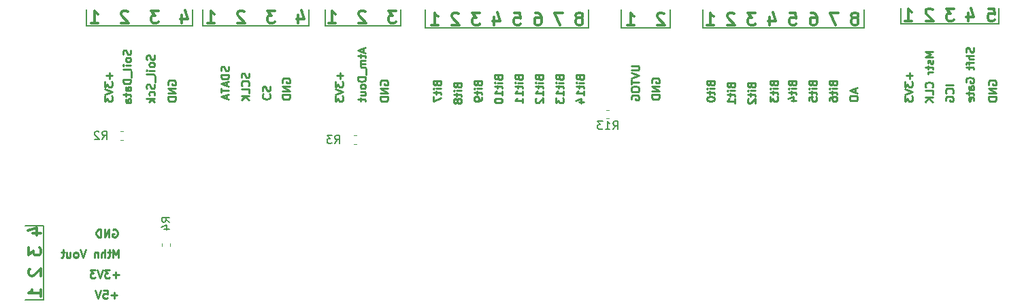
<source format=gbr>
G04 #@! TF.GenerationSoftware,KiCad,Pcbnew,(5.0.0)*
G04 #@! TF.CreationDate,2018-12-16T13:52:50-06:00*
G04 #@! TF.ProjectId,SRASensorBoard_Hardware,53524153656E736F72426F6172645F48,rev?*
G04 #@! TF.SameCoordinates,Original*
G04 #@! TF.FileFunction,Legend,Bot*
G04 #@! TF.FilePolarity,Positive*
%FSLAX46Y46*%
G04 Gerber Fmt 4.6, Leading zero omitted, Abs format (unit mm)*
G04 Created by KiCad (PCBNEW (5.0.0)) date 12/16/18 13:52:50*
%MOMM*%
%LPD*%
G01*
G04 APERTURE LIST*
%ADD10C,0.200000*%
%ADD11C,0.248000*%
%ADD12C,0.300000*%
%ADD13C,0.120000*%
%ADD14C,0.150000*%
G04 APERTURE END LIST*
D10*
X88646000Y-81407000D02*
X88646000Y-72136000D01*
X86360000Y-81407000D02*
X88646000Y-81407000D01*
X207518000Y-46990000D02*
X207518000Y-45085000D01*
X195326000Y-46990000D02*
X207518000Y-46990000D01*
X195326000Y-45085000D02*
X195326000Y-46990000D01*
X190754000Y-47498000D02*
X190754000Y-45212000D01*
X170688000Y-47498000D02*
X190754000Y-47498000D01*
X170688000Y-45212000D02*
X170688000Y-47498000D01*
X166624000Y-47498000D02*
X166624000Y-45212000D01*
X160528000Y-47498000D02*
X166624000Y-47498000D01*
X160528000Y-45212000D02*
X160528000Y-47498000D01*
X156464000Y-47498000D02*
X156464000Y-45212000D01*
X136144000Y-47498000D02*
X156464000Y-47498000D01*
X136144000Y-45212000D02*
X136144000Y-47498000D01*
X133096000Y-47244000D02*
X133096000Y-45212000D01*
X123698000Y-47244000D02*
X133096000Y-47244000D01*
X123698000Y-45212000D02*
X123698000Y-47244000D01*
X121666000Y-47244000D02*
X121666000Y-45212000D01*
X108458000Y-47244000D02*
X121666000Y-47244000D01*
X108458000Y-45212000D02*
X108458000Y-47244000D01*
X107188000Y-47244000D02*
X107188000Y-45212000D01*
X93980000Y-47244000D02*
X107188000Y-47244000D01*
X93980000Y-45212000D02*
X93980000Y-47244000D01*
X86360000Y-72136000D02*
X88646000Y-72136000D01*
D11*
X130568000Y-54616190D02*
X130520761Y-54521714D01*
X130520761Y-54379999D01*
X130568000Y-54238285D01*
X130662476Y-54143809D01*
X130756952Y-54096571D01*
X130945904Y-54049333D01*
X131087619Y-54049333D01*
X131276571Y-54096571D01*
X131371047Y-54143809D01*
X131465523Y-54238285D01*
X131512761Y-54379999D01*
X131512761Y-54474476D01*
X131465523Y-54616190D01*
X131418285Y-54663428D01*
X131087619Y-54663428D01*
X131087619Y-54474476D01*
X131512761Y-55088571D02*
X130520761Y-55088571D01*
X131512761Y-55655428D01*
X130520761Y-55655428D01*
X131512761Y-56127809D02*
X130520761Y-56127809D01*
X130520761Y-56363999D01*
X130567999Y-56505714D01*
X130662476Y-56600190D01*
X130756952Y-56647428D01*
X130945904Y-56694666D01*
X131087619Y-56694666D01*
X131276571Y-56647428D01*
X131371047Y-56600190D01*
X131465523Y-56505714D01*
X131512761Y-56363999D01*
X131512761Y-56127809D01*
X128435333Y-50104190D02*
X128435333Y-50576571D01*
X128718761Y-50009714D02*
X127726761Y-50340380D01*
X128718761Y-50671047D01*
X128057428Y-50860000D02*
X128057428Y-51237904D01*
X127726761Y-51001714D02*
X128577047Y-51001714D01*
X128671523Y-51048952D01*
X128718761Y-51143428D01*
X128718761Y-51237904D01*
X128718761Y-51568571D02*
X128057428Y-51568571D01*
X128151904Y-51568571D02*
X128104666Y-51615809D01*
X128057428Y-51710285D01*
X128057428Y-51852000D01*
X128104666Y-51946476D01*
X128199142Y-51993714D01*
X128718761Y-51993714D01*
X128199142Y-51993714D02*
X128104666Y-52040952D01*
X128057428Y-52135428D01*
X128057428Y-52277142D01*
X128104666Y-52371619D01*
X128199142Y-52418857D01*
X128718761Y-52418857D01*
X128813238Y-52655047D02*
X128813238Y-53410857D01*
X128718761Y-53647047D02*
X127726761Y-53647047D01*
X127726761Y-53883238D01*
X127773999Y-54024952D01*
X127868476Y-54119428D01*
X127962952Y-54166666D01*
X128151904Y-54213904D01*
X128293619Y-54213904D01*
X128482571Y-54166666D01*
X128577047Y-54119428D01*
X128671523Y-54024952D01*
X128718761Y-53883238D01*
X128718761Y-53647047D01*
X128718761Y-54780761D02*
X128671523Y-54686285D01*
X128624285Y-54639047D01*
X128529809Y-54591809D01*
X128246380Y-54591809D01*
X128151904Y-54639047D01*
X128104666Y-54686285D01*
X128057428Y-54780761D01*
X128057428Y-54922476D01*
X128104666Y-55016952D01*
X128151904Y-55064190D01*
X128246380Y-55111428D01*
X128529809Y-55111428D01*
X128624285Y-55064190D01*
X128671523Y-55016952D01*
X128718761Y-54922476D01*
X128718761Y-54780761D01*
X128057428Y-55961714D02*
X128718761Y-55961714D01*
X128057428Y-55536571D02*
X128577047Y-55536571D01*
X128671523Y-55583809D01*
X128718761Y-55678285D01*
X128718761Y-55820000D01*
X128671523Y-55914476D01*
X128624285Y-55961714D01*
X128057428Y-56292380D02*
X128057428Y-56670285D01*
X127726761Y-56434095D02*
X128577047Y-56434095D01*
X128671523Y-56481333D01*
X128718761Y-56575809D01*
X128718761Y-56670285D01*
X125546857Y-53116190D02*
X125546857Y-53872000D01*
X125924761Y-53494095D02*
X125168952Y-53494095D01*
X124932761Y-54249904D02*
X124932761Y-54863999D01*
X125310666Y-54533333D01*
X125310666Y-54675047D01*
X125357904Y-54769523D01*
X125405142Y-54816761D01*
X125499619Y-54864000D01*
X125735809Y-54864000D01*
X125830285Y-54816761D01*
X125877523Y-54769523D01*
X125924761Y-54675047D01*
X125924761Y-54391619D01*
X125877523Y-54297142D01*
X125830285Y-54249904D01*
X124932761Y-55147428D02*
X125924761Y-55478095D01*
X124932761Y-55808761D01*
X124932761Y-56044952D02*
X124932761Y-56659047D01*
X125310666Y-56328380D01*
X125310666Y-56470095D01*
X125357904Y-56564571D01*
X125405142Y-56611809D01*
X125499619Y-56659047D01*
X125735809Y-56659047D01*
X125830285Y-56611809D01*
X125877523Y-56564571D01*
X125924761Y-56470095D01*
X125924761Y-56186666D01*
X125877523Y-56092190D01*
X125830285Y-56044952D01*
D12*
X105869714Y-45906571D02*
X105869714Y-46906571D01*
X106226857Y-45335142D02*
X106584000Y-46406571D01*
X105655428Y-46406571D01*
X102941142Y-45406571D02*
X102012571Y-45406571D01*
X102512571Y-45978000D01*
X102298285Y-45978000D01*
X102155428Y-46049428D01*
X102084000Y-46120857D01*
X102012571Y-46263714D01*
X102012571Y-46620857D01*
X102084000Y-46763714D01*
X102155428Y-46835142D01*
X102298285Y-46906571D01*
X102726857Y-46906571D01*
X102869714Y-46835142D01*
X102941142Y-46763714D01*
X99155428Y-45549428D02*
X99084000Y-45478000D01*
X98941142Y-45406571D01*
X98584000Y-45406571D01*
X98441142Y-45478000D01*
X98369714Y-45549428D01*
X98298285Y-45692285D01*
X98298285Y-45835142D01*
X98369714Y-46049428D01*
X99226857Y-46906571D01*
X98298285Y-46906571D01*
X94584000Y-46906571D02*
X95441142Y-46906571D01*
X95012571Y-46906571D02*
X95012571Y-45406571D01*
X95155428Y-45620857D01*
X95298285Y-45763714D01*
X95441142Y-45835142D01*
X120347714Y-45906571D02*
X120347714Y-46906571D01*
X120704857Y-45335142D02*
X121062000Y-46406571D01*
X120133428Y-46406571D01*
X117419142Y-45406571D02*
X116490571Y-45406571D01*
X116990571Y-45978000D01*
X116776285Y-45978000D01*
X116633428Y-46049428D01*
X116562000Y-46120857D01*
X116490571Y-46263714D01*
X116490571Y-46620857D01*
X116562000Y-46763714D01*
X116633428Y-46835142D01*
X116776285Y-46906571D01*
X117204857Y-46906571D01*
X117347714Y-46835142D01*
X117419142Y-46763714D01*
X113633428Y-45549428D02*
X113562000Y-45478000D01*
X113419142Y-45406571D01*
X113062000Y-45406571D01*
X112919142Y-45478000D01*
X112847714Y-45549428D01*
X112776285Y-45692285D01*
X112776285Y-45835142D01*
X112847714Y-46049428D01*
X113704857Y-46906571D01*
X112776285Y-46906571D01*
X109062000Y-46906571D02*
X109919142Y-46906571D01*
X109490571Y-46906571D02*
X109490571Y-45406571D01*
X109633428Y-45620857D01*
X109776285Y-45763714D01*
X109919142Y-45835142D01*
X132484285Y-45406571D02*
X131555714Y-45406571D01*
X132055714Y-45978000D01*
X131841428Y-45978000D01*
X131698571Y-46049428D01*
X131627142Y-46120857D01*
X131555714Y-46263714D01*
X131555714Y-46620857D01*
X131627142Y-46763714D01*
X131698571Y-46835142D01*
X131841428Y-46906571D01*
X132269999Y-46906571D01*
X132412857Y-46835142D01*
X132484285Y-46763714D01*
X128698571Y-45549428D02*
X128627142Y-45478000D01*
X128484285Y-45406571D01*
X128127142Y-45406571D01*
X127984285Y-45478000D01*
X127912857Y-45549428D01*
X127841428Y-45692285D01*
X127841428Y-45835142D01*
X127912857Y-46049428D01*
X128769999Y-46906571D01*
X127841428Y-46906571D01*
X124127142Y-46906571D02*
X124984285Y-46906571D01*
X124555714Y-46906571D02*
X124555714Y-45406571D01*
X124698571Y-45620857D01*
X124841428Y-45763714D01*
X124984285Y-45835142D01*
X155446857Y-46303428D02*
X155589714Y-46232000D01*
X155661142Y-46160571D01*
X155732571Y-46017714D01*
X155732571Y-45946285D01*
X155661142Y-45803428D01*
X155589714Y-45732000D01*
X155446857Y-45660571D01*
X155161142Y-45660571D01*
X155018285Y-45732000D01*
X154946857Y-45803428D01*
X154875428Y-45946285D01*
X154875428Y-46017714D01*
X154946857Y-46160571D01*
X155018285Y-46232000D01*
X155161142Y-46303428D01*
X155446857Y-46303428D01*
X155589714Y-46374857D01*
X155661142Y-46446285D01*
X155732571Y-46589142D01*
X155732571Y-46874857D01*
X155661142Y-47017714D01*
X155589714Y-47089142D01*
X155446857Y-47160571D01*
X155161142Y-47160571D01*
X155018285Y-47089142D01*
X154946857Y-47017714D01*
X154875428Y-46874857D01*
X154875428Y-46589142D01*
X154946857Y-46446285D01*
X155018285Y-46374857D01*
X155161142Y-46303428D01*
X153232571Y-45660571D02*
X152232571Y-45660571D01*
X152875428Y-47160571D01*
X149875428Y-45660571D02*
X150161142Y-45660571D01*
X150304000Y-45732000D01*
X150375428Y-45803428D01*
X150518285Y-46017714D01*
X150589714Y-46303428D01*
X150589714Y-46874857D01*
X150518285Y-47017714D01*
X150446857Y-47089142D01*
X150304000Y-47160571D01*
X150018285Y-47160571D01*
X149875428Y-47089142D01*
X149804000Y-47017714D01*
X149732571Y-46874857D01*
X149732571Y-46517714D01*
X149804000Y-46374857D01*
X149875428Y-46303428D01*
X150018285Y-46232000D01*
X150304000Y-46232000D01*
X150446857Y-46303428D01*
X150518285Y-46374857D01*
X150589714Y-46517714D01*
X147232571Y-45660571D02*
X147946857Y-45660571D01*
X148018285Y-46374857D01*
X147946857Y-46303428D01*
X147804000Y-46232000D01*
X147446857Y-46232000D01*
X147304000Y-46303428D01*
X147232571Y-46374857D01*
X147161142Y-46517714D01*
X147161142Y-46874857D01*
X147232571Y-47017714D01*
X147304000Y-47089142D01*
X147446857Y-47160571D01*
X147804000Y-47160571D01*
X147946857Y-47089142D01*
X148018285Y-47017714D01*
X144732571Y-46160571D02*
X144732571Y-47160571D01*
X145089714Y-45589142D02*
X145446857Y-46660571D01*
X144518285Y-46660571D01*
X142946857Y-45660571D02*
X142018285Y-45660571D01*
X142518285Y-46232000D01*
X142304000Y-46232000D01*
X142161142Y-46303428D01*
X142089714Y-46374857D01*
X142018285Y-46517714D01*
X142018285Y-46874857D01*
X142089714Y-47017714D01*
X142161142Y-47089142D01*
X142304000Y-47160571D01*
X142732571Y-47160571D01*
X142875428Y-47089142D01*
X142946857Y-47017714D01*
X140304000Y-45803428D02*
X140232571Y-45732000D01*
X140089714Y-45660571D01*
X139732571Y-45660571D01*
X139589714Y-45732000D01*
X139518285Y-45803428D01*
X139446857Y-45946285D01*
X139446857Y-46089142D01*
X139518285Y-46303428D01*
X140375428Y-47160571D01*
X139446857Y-47160571D01*
X136875428Y-47160571D02*
X137732571Y-47160571D01*
X137304000Y-47160571D02*
X137304000Y-45660571D01*
X137446857Y-45874857D01*
X137589714Y-46017714D01*
X137732571Y-46089142D01*
X165861714Y-45803428D02*
X165790285Y-45732000D01*
X165647428Y-45660571D01*
X165290285Y-45660571D01*
X165147428Y-45732000D01*
X165076000Y-45803428D01*
X165004571Y-45946285D01*
X165004571Y-46089142D01*
X165076000Y-46303428D01*
X165933142Y-47160571D01*
X165004571Y-47160571D01*
X161290285Y-47160571D02*
X162147428Y-47160571D01*
X161718857Y-47160571D02*
X161718857Y-45660571D01*
X161861714Y-45874857D01*
X162004571Y-46017714D01*
X162147428Y-46089142D01*
X189736857Y-46303428D02*
X189879714Y-46232000D01*
X189951142Y-46160571D01*
X190022571Y-46017714D01*
X190022571Y-45946285D01*
X189951142Y-45803428D01*
X189879714Y-45732000D01*
X189736857Y-45660571D01*
X189451142Y-45660571D01*
X189308285Y-45732000D01*
X189236857Y-45803428D01*
X189165428Y-45946285D01*
X189165428Y-46017714D01*
X189236857Y-46160571D01*
X189308285Y-46232000D01*
X189451142Y-46303428D01*
X189736857Y-46303428D01*
X189879714Y-46374857D01*
X189951142Y-46446285D01*
X190022571Y-46589142D01*
X190022571Y-46874857D01*
X189951142Y-47017714D01*
X189879714Y-47089142D01*
X189736857Y-47160571D01*
X189451142Y-47160571D01*
X189308285Y-47089142D01*
X189236857Y-47017714D01*
X189165428Y-46874857D01*
X189165428Y-46589142D01*
X189236857Y-46446285D01*
X189308285Y-46374857D01*
X189451142Y-46303428D01*
X187522571Y-45660571D02*
X186522571Y-45660571D01*
X187165428Y-47160571D01*
X184165428Y-45660571D02*
X184451142Y-45660571D01*
X184594000Y-45732000D01*
X184665428Y-45803428D01*
X184808285Y-46017714D01*
X184879714Y-46303428D01*
X184879714Y-46874857D01*
X184808285Y-47017714D01*
X184736857Y-47089142D01*
X184594000Y-47160571D01*
X184308285Y-47160571D01*
X184165428Y-47089142D01*
X184094000Y-47017714D01*
X184022571Y-46874857D01*
X184022571Y-46517714D01*
X184094000Y-46374857D01*
X184165428Y-46303428D01*
X184308285Y-46232000D01*
X184594000Y-46232000D01*
X184736857Y-46303428D01*
X184808285Y-46374857D01*
X184879714Y-46517714D01*
X181522571Y-45660571D02*
X182236857Y-45660571D01*
X182308285Y-46374857D01*
X182236857Y-46303428D01*
X182094000Y-46232000D01*
X181736857Y-46232000D01*
X181594000Y-46303428D01*
X181522571Y-46374857D01*
X181451142Y-46517714D01*
X181451142Y-46874857D01*
X181522571Y-47017714D01*
X181594000Y-47089142D01*
X181736857Y-47160571D01*
X182094000Y-47160571D01*
X182236857Y-47089142D01*
X182308285Y-47017714D01*
X179022571Y-46160571D02*
X179022571Y-47160571D01*
X179379714Y-45589142D02*
X179736857Y-46660571D01*
X178808285Y-46660571D01*
X177236857Y-45660571D02*
X176308285Y-45660571D01*
X176808285Y-46232000D01*
X176594000Y-46232000D01*
X176451142Y-46303428D01*
X176379714Y-46374857D01*
X176308285Y-46517714D01*
X176308285Y-46874857D01*
X176379714Y-47017714D01*
X176451142Y-47089142D01*
X176594000Y-47160571D01*
X177022571Y-47160571D01*
X177165428Y-47089142D01*
X177236857Y-47017714D01*
X174594000Y-45803428D02*
X174522571Y-45732000D01*
X174379714Y-45660571D01*
X174022571Y-45660571D01*
X173879714Y-45732000D01*
X173808285Y-45803428D01*
X173736857Y-45946285D01*
X173736857Y-46089142D01*
X173808285Y-46303428D01*
X174665428Y-47160571D01*
X173736857Y-47160571D01*
X171165428Y-47160571D02*
X172022571Y-47160571D01*
X171594000Y-47160571D02*
X171594000Y-45660571D01*
X171736857Y-45874857D01*
X171879714Y-46017714D01*
X172022571Y-46089142D01*
X206207714Y-45152571D02*
X206921999Y-45152571D01*
X206993428Y-45866857D01*
X206921999Y-45795428D01*
X206779142Y-45724000D01*
X206421999Y-45724000D01*
X206279142Y-45795428D01*
X206207714Y-45866857D01*
X206136285Y-46009714D01*
X206136285Y-46366857D01*
X206207714Y-46509714D01*
X206279142Y-46581142D01*
X206421999Y-46652571D01*
X206779142Y-46652571D01*
X206921999Y-46581142D01*
X206993428Y-46509714D01*
X203707714Y-45652571D02*
X203707714Y-46652571D01*
X204064857Y-45081142D02*
X204421999Y-46152571D01*
X203493428Y-46152571D01*
X201921999Y-45152571D02*
X200993428Y-45152571D01*
X201493428Y-45724000D01*
X201279142Y-45724000D01*
X201136285Y-45795428D01*
X201064857Y-45866857D01*
X200993428Y-46009714D01*
X200993428Y-46366857D01*
X201064857Y-46509714D01*
X201136285Y-46581142D01*
X201279142Y-46652571D01*
X201707714Y-46652571D01*
X201850571Y-46581142D01*
X201921999Y-46509714D01*
X199279142Y-45295428D02*
X199207714Y-45224000D01*
X199064857Y-45152571D01*
X198707714Y-45152571D01*
X198564857Y-45224000D01*
X198493428Y-45295428D01*
X198421999Y-45438285D01*
X198421999Y-45581142D01*
X198493428Y-45795428D01*
X199350571Y-46652571D01*
X198421999Y-46652571D01*
X195850571Y-46652571D02*
X196707714Y-46652571D01*
X196279142Y-46652571D02*
X196279142Y-45152571D01*
X196421999Y-45366857D01*
X196564857Y-45509714D01*
X196707714Y-45581142D01*
D11*
X196412857Y-53116190D02*
X196412857Y-53872000D01*
X196790761Y-53494095D02*
X196034952Y-53494095D01*
X195798761Y-54249904D02*
X195798761Y-54863999D01*
X196176666Y-54533333D01*
X196176666Y-54675047D01*
X196223904Y-54769523D01*
X196271142Y-54816761D01*
X196365619Y-54864000D01*
X196601809Y-54864000D01*
X196696285Y-54816761D01*
X196743523Y-54769523D01*
X196790761Y-54675047D01*
X196790761Y-54391619D01*
X196743523Y-54297142D01*
X196696285Y-54249904D01*
X195798761Y-55147428D02*
X196790761Y-55478095D01*
X195798761Y-55808761D01*
X195798761Y-56044952D02*
X195798761Y-56659047D01*
X196176666Y-56328380D01*
X196176666Y-56470095D01*
X196223904Y-56564571D01*
X196271142Y-56611809D01*
X196365619Y-56659047D01*
X196601809Y-56659047D01*
X196696285Y-56611809D01*
X196743523Y-56564571D01*
X196790761Y-56470095D01*
X196790761Y-56186666D01*
X196743523Y-56092190D01*
X196696285Y-56044952D01*
X97275809Y-72656000D02*
X97370285Y-72608761D01*
X97512000Y-72608761D01*
X97653714Y-72656000D01*
X97748190Y-72750476D01*
X97795428Y-72844952D01*
X97842666Y-73033904D01*
X97842666Y-73175619D01*
X97795428Y-73364571D01*
X97748190Y-73459047D01*
X97653714Y-73553523D01*
X97512000Y-73600761D01*
X97417523Y-73600761D01*
X97275809Y-73553523D01*
X97228571Y-73506285D01*
X97228571Y-73175619D01*
X97417523Y-73175619D01*
X96803428Y-73600761D02*
X96803428Y-72608761D01*
X96236571Y-73600761D01*
X96236571Y-72608761D01*
X95764190Y-73600761D02*
X95764190Y-72608761D01*
X95528000Y-72608761D01*
X95386285Y-72656000D01*
X95291809Y-72750476D01*
X95244571Y-72844952D01*
X95197333Y-73033904D01*
X95197333Y-73175619D01*
X95244571Y-73364571D01*
X95291809Y-73459047D01*
X95386285Y-73553523D01*
X95528000Y-73600761D01*
X95764190Y-73600761D01*
X97983619Y-76140761D02*
X97983619Y-75148761D01*
X97652952Y-75857333D01*
X97322285Y-75148761D01*
X97322285Y-76140761D01*
X96991619Y-75479428D02*
X96613714Y-75479428D01*
X96849904Y-75148761D02*
X96849904Y-75999047D01*
X96802666Y-76093523D01*
X96708190Y-76140761D01*
X96613714Y-76140761D01*
X96283047Y-76140761D02*
X96283047Y-75148761D01*
X95857904Y-76140761D02*
X95857904Y-75621142D01*
X95905142Y-75526666D01*
X95999619Y-75479428D01*
X96141333Y-75479428D01*
X96235809Y-75526666D01*
X96283047Y-75573904D01*
X95385523Y-75479428D02*
X95385523Y-76140761D01*
X95385523Y-75573904D02*
X95338285Y-75526666D01*
X95243809Y-75479428D01*
X95102095Y-75479428D01*
X95007619Y-75526666D01*
X94960380Y-75621142D01*
X94960380Y-76140761D01*
X93873904Y-75148761D02*
X93543238Y-76140761D01*
X93212571Y-75148761D01*
X92740190Y-76140761D02*
X92834666Y-76093523D01*
X92881904Y-76046285D01*
X92929142Y-75951809D01*
X92929142Y-75668380D01*
X92881904Y-75573904D01*
X92834666Y-75526666D01*
X92740190Y-75479428D01*
X92598476Y-75479428D01*
X92504000Y-75526666D01*
X92456761Y-75573904D01*
X92409523Y-75668380D01*
X92409523Y-75951809D01*
X92456761Y-76046285D01*
X92504000Y-76093523D01*
X92598476Y-76140761D01*
X92740190Y-76140761D01*
X91559238Y-75479428D02*
X91559238Y-76140761D01*
X91984380Y-75479428D02*
X91984380Y-75999047D01*
X91937142Y-76093523D01*
X91842666Y-76140761D01*
X91700952Y-76140761D01*
X91606476Y-76093523D01*
X91559238Y-76046285D01*
X91228571Y-75479428D02*
X90850666Y-75479428D01*
X91086857Y-75148761D02*
X91086857Y-75999047D01*
X91039619Y-76093523D01*
X90945142Y-76140761D01*
X90850666Y-76140761D01*
X98013809Y-78302857D02*
X97258000Y-78302857D01*
X97635904Y-78680761D02*
X97635904Y-77924952D01*
X96880095Y-77688761D02*
X96266000Y-77688761D01*
X96596666Y-78066666D01*
X96454952Y-78066666D01*
X96360476Y-78113904D01*
X96313238Y-78161142D01*
X96266000Y-78255619D01*
X96266000Y-78491809D01*
X96313238Y-78586285D01*
X96360476Y-78633523D01*
X96454952Y-78680761D01*
X96738380Y-78680761D01*
X96832857Y-78633523D01*
X96880095Y-78586285D01*
X95982571Y-77688761D02*
X95651904Y-78680761D01*
X95321238Y-77688761D01*
X95085047Y-77688761D02*
X94470952Y-77688761D01*
X94801619Y-78066666D01*
X94659904Y-78066666D01*
X94565428Y-78113904D01*
X94518190Y-78161142D01*
X94470952Y-78255619D01*
X94470952Y-78491809D01*
X94518190Y-78586285D01*
X94565428Y-78633523D01*
X94659904Y-78680761D01*
X94943333Y-78680761D01*
X95037809Y-78633523D01*
X95085047Y-78586285D01*
X97795428Y-80842857D02*
X97039619Y-80842857D01*
X97417523Y-81220761D02*
X97417523Y-80464952D01*
X96094857Y-80228761D02*
X96567238Y-80228761D01*
X96614476Y-80701142D01*
X96567238Y-80653904D01*
X96472761Y-80606666D01*
X96236571Y-80606666D01*
X96142095Y-80653904D01*
X96094857Y-80701142D01*
X96047619Y-80795619D01*
X96047619Y-81031809D01*
X96094857Y-81126285D01*
X96142095Y-81173523D01*
X96236571Y-81220761D01*
X96472761Y-81220761D01*
X96567238Y-81173523D01*
X96614476Y-81126285D01*
X95764190Y-80228761D02*
X95433523Y-81220761D01*
X95102857Y-80228761D01*
D12*
X87308571Y-73136571D02*
X88308571Y-73136571D01*
X86737142Y-72779428D02*
X87808571Y-72422285D01*
X87808571Y-73350857D01*
X86808571Y-74922285D02*
X86808571Y-75850857D01*
X87380000Y-75350857D01*
X87380000Y-75565142D01*
X87451428Y-75707999D01*
X87522857Y-75779428D01*
X87665714Y-75850857D01*
X88022857Y-75850857D01*
X88165714Y-75779428D01*
X88237142Y-75707999D01*
X88308571Y-75565142D01*
X88308571Y-75136571D01*
X88237142Y-74993714D01*
X88165714Y-74922285D01*
X86951428Y-77565142D02*
X86879999Y-77636571D01*
X86808571Y-77779428D01*
X86808571Y-78136571D01*
X86879999Y-78279428D01*
X86951428Y-78350857D01*
X87094285Y-78422285D01*
X87237142Y-78422285D01*
X87451428Y-78350857D01*
X88308571Y-77493714D01*
X88308571Y-78422285D01*
X88308571Y-80993714D02*
X88308571Y-80136571D01*
X88308571Y-80565142D02*
X86808571Y-80565142D01*
X87022857Y-80422285D01*
X87165714Y-80279428D01*
X87237142Y-80136571D01*
D11*
X206260000Y-54616190D02*
X206212761Y-54521714D01*
X206212761Y-54379999D01*
X206260000Y-54238285D01*
X206354476Y-54143809D01*
X206448952Y-54096571D01*
X206637904Y-54049333D01*
X206779619Y-54049333D01*
X206968571Y-54096571D01*
X207063047Y-54143809D01*
X207157523Y-54238285D01*
X207204761Y-54379999D01*
X207204761Y-54474476D01*
X207157523Y-54616190D01*
X207110285Y-54663428D01*
X206779619Y-54663428D01*
X206779619Y-54474476D01*
X207204761Y-55088571D02*
X206212761Y-55088571D01*
X207204761Y-55655428D01*
X206212761Y-55655428D01*
X207204761Y-56127809D02*
X206212761Y-56127809D01*
X206212761Y-56363999D01*
X206259999Y-56505714D01*
X206354476Y-56600190D01*
X206448952Y-56647428D01*
X206637904Y-56694666D01*
X206779619Y-56694666D01*
X206968571Y-56647428D01*
X207063047Y-56600190D01*
X207157523Y-56505714D01*
X207204761Y-56363999D01*
X207204761Y-56127809D01*
X204363523Y-50009714D02*
X204410761Y-50151428D01*
X204410761Y-50387619D01*
X204363523Y-50482095D01*
X204316285Y-50529333D01*
X204221809Y-50576571D01*
X204127333Y-50576571D01*
X204032857Y-50529333D01*
X203985619Y-50482095D01*
X203938380Y-50387619D01*
X203891142Y-50198666D01*
X203843904Y-50104190D01*
X203796666Y-50056952D01*
X203702190Y-50009714D01*
X203607714Y-50009714D01*
X203513238Y-50056952D01*
X203466000Y-50104190D01*
X203418761Y-50198666D01*
X203418761Y-50434857D01*
X203466000Y-50576571D01*
X204410761Y-51001714D02*
X203418761Y-51001714D01*
X204410761Y-51426857D02*
X203891142Y-51426857D01*
X203796666Y-51379619D01*
X203749428Y-51285142D01*
X203749428Y-51143428D01*
X203796666Y-51048952D01*
X203843904Y-51001714D01*
X203749428Y-51757523D02*
X203749428Y-52135428D01*
X204410761Y-51899238D02*
X203560476Y-51899238D01*
X203466000Y-51946476D01*
X203418761Y-52040952D01*
X203418761Y-52135428D01*
X203749428Y-52324380D02*
X203749428Y-52702285D01*
X203418761Y-52466095D02*
X204269047Y-52466095D01*
X204363523Y-52513333D01*
X204410761Y-52607809D01*
X204410761Y-52702285D01*
X203465999Y-54308380D02*
X203418761Y-54213904D01*
X203418761Y-54072190D01*
X203465999Y-53930476D01*
X203560476Y-53835999D01*
X203654952Y-53788761D01*
X203843904Y-53741523D01*
X203985619Y-53741523D01*
X204174571Y-53788761D01*
X204269047Y-53835999D01*
X204363523Y-53930476D01*
X204410761Y-54072190D01*
X204410761Y-54166666D01*
X204363523Y-54308380D01*
X204316285Y-54355619D01*
X203985619Y-54355619D01*
X203985619Y-54166666D01*
X204410761Y-55205904D02*
X203891142Y-55205904D01*
X203796666Y-55158666D01*
X203749428Y-55064190D01*
X203749428Y-54875238D01*
X203796666Y-54780761D01*
X204363523Y-55205904D02*
X204410761Y-55111428D01*
X204410761Y-54875238D01*
X204363523Y-54780761D01*
X204269047Y-54733523D01*
X204174571Y-54733523D01*
X204080095Y-54780761D01*
X204032857Y-54875238D01*
X204032857Y-55111428D01*
X203985619Y-55205904D01*
X203749428Y-55536571D02*
X203749428Y-55914476D01*
X203418761Y-55678285D02*
X204269047Y-55678285D01*
X204363523Y-55725523D01*
X204410761Y-55819999D01*
X204410761Y-55914476D01*
X204363523Y-56623047D02*
X204410761Y-56528571D01*
X204410761Y-56339619D01*
X204363523Y-56245142D01*
X204269047Y-56197904D01*
X203891142Y-56197904D01*
X203796666Y-56245142D01*
X203749428Y-56339619D01*
X203749428Y-56528571D01*
X203796666Y-56623047D01*
X203891142Y-56670285D01*
X203985619Y-56670285D01*
X204080095Y-56197904D01*
X201870761Y-54634000D02*
X200878761Y-54634000D01*
X201776285Y-55673238D02*
X201823523Y-55626000D01*
X201870761Y-55484285D01*
X201870761Y-55389809D01*
X201823523Y-55248095D01*
X201729047Y-55153619D01*
X201634571Y-55106380D01*
X201445619Y-55059142D01*
X201303904Y-55059142D01*
X201114952Y-55106380D01*
X201020476Y-55153619D01*
X200926000Y-55248095D01*
X200878761Y-55389809D01*
X200878761Y-55484285D01*
X200926000Y-55626000D01*
X200973238Y-55673238D01*
X200925999Y-56618000D02*
X200878761Y-56523523D01*
X200878761Y-56381809D01*
X200925999Y-56240095D01*
X201020476Y-56145619D01*
X201114952Y-56098380D01*
X201303904Y-56051142D01*
X201445619Y-56051142D01*
X201634571Y-56098380D01*
X201729047Y-56145619D01*
X201823523Y-56240095D01*
X201870761Y-56381809D01*
X201870761Y-56476285D01*
X201823523Y-56618000D01*
X201776285Y-56665238D01*
X201445619Y-56665238D01*
X201445619Y-56476285D01*
X199330761Y-50499904D02*
X198338761Y-50499904D01*
X199047333Y-50830571D01*
X198338761Y-51161238D01*
X199330761Y-51161238D01*
X199283523Y-51586380D02*
X199330761Y-51680857D01*
X199330761Y-51869809D01*
X199283523Y-51964285D01*
X199189047Y-52011523D01*
X199141809Y-52011523D01*
X199047333Y-51964285D01*
X199000095Y-51869809D01*
X199000095Y-51728095D01*
X198952857Y-51633619D01*
X198858380Y-51586380D01*
X198811142Y-51586380D01*
X198716666Y-51633619D01*
X198669428Y-51728095D01*
X198669428Y-51869809D01*
X198716666Y-51964285D01*
X198669428Y-52294952D02*
X198669428Y-52672857D01*
X198338761Y-52436666D02*
X199189047Y-52436666D01*
X199283523Y-52483904D01*
X199330761Y-52578380D01*
X199330761Y-52672857D01*
X199330761Y-53003523D02*
X198669428Y-53003523D01*
X198858380Y-53003523D02*
X198763904Y-53050761D01*
X198716666Y-53097999D01*
X198669428Y-53192476D01*
X198669428Y-53286952D01*
X199236285Y-54940285D02*
X199283523Y-54893047D01*
X199330761Y-54751333D01*
X199330761Y-54656857D01*
X199283523Y-54515142D01*
X199189047Y-54420666D01*
X199094571Y-54373428D01*
X198905619Y-54326190D01*
X198763904Y-54326190D01*
X198574952Y-54373428D01*
X198480476Y-54420666D01*
X198385999Y-54515142D01*
X198338761Y-54656857D01*
X198338761Y-54751333D01*
X198385999Y-54893047D01*
X198433238Y-54940285D01*
X199330761Y-55837809D02*
X199330761Y-55365428D01*
X198338761Y-55365428D01*
X199330761Y-56168476D02*
X198338761Y-56168476D01*
X199330761Y-56735333D02*
X198763904Y-56310190D01*
X198338761Y-56735333D02*
X198905619Y-56168476D01*
X189649333Y-55124190D02*
X189649333Y-55596571D01*
X189932761Y-55029714D02*
X188940761Y-55360380D01*
X189932761Y-55691047D01*
X188940761Y-56210666D02*
X188940761Y-56399619D01*
X188987999Y-56494095D01*
X189082476Y-56588571D01*
X189271428Y-56635809D01*
X189602095Y-56635809D01*
X189791047Y-56588571D01*
X189885523Y-56494095D01*
X189932761Y-56399619D01*
X189932761Y-56210666D01*
X189885523Y-56116190D01*
X189791047Y-56021714D01*
X189602095Y-55974476D01*
X189271428Y-55974476D01*
X189082476Y-56021714D01*
X188987999Y-56116190D01*
X188940761Y-56210666D01*
X186873142Y-54450857D02*
X186920380Y-54592571D01*
X186967619Y-54639809D01*
X187062095Y-54687047D01*
X187203809Y-54687047D01*
X187298285Y-54639809D01*
X187345523Y-54592571D01*
X187392761Y-54498095D01*
X187392761Y-54120190D01*
X186400761Y-54120190D01*
X186400761Y-54450857D01*
X186448000Y-54545333D01*
X186495238Y-54592571D01*
X186589714Y-54639809D01*
X186684190Y-54639809D01*
X186778666Y-54592571D01*
X186825904Y-54545333D01*
X186873142Y-54450857D01*
X186873142Y-54120190D01*
X187392761Y-55112190D02*
X186731428Y-55112190D01*
X186400761Y-55112190D02*
X186448000Y-55064952D01*
X186495238Y-55112190D01*
X186448000Y-55159428D01*
X186400761Y-55112190D01*
X186495238Y-55112190D01*
X186731428Y-55442857D02*
X186731428Y-55820761D01*
X186400761Y-55584571D02*
X187251047Y-55584571D01*
X187345523Y-55631809D01*
X187392761Y-55726285D01*
X187392761Y-55820761D01*
X186400761Y-56576571D02*
X186400761Y-56387619D01*
X186447999Y-56293142D01*
X186495238Y-56245904D01*
X186636952Y-56151428D01*
X186825904Y-56104190D01*
X187203809Y-56104190D01*
X187298285Y-56151428D01*
X187345523Y-56198666D01*
X187392761Y-56293142D01*
X187392761Y-56482095D01*
X187345523Y-56576571D01*
X187298285Y-56623809D01*
X187203809Y-56671047D01*
X186967619Y-56671047D01*
X186873142Y-56623809D01*
X186825904Y-56576571D01*
X186778666Y-56482095D01*
X186778666Y-56293142D01*
X186825904Y-56198666D01*
X186873142Y-56151428D01*
X186967619Y-56104190D01*
X184333142Y-54450857D02*
X184380380Y-54592571D01*
X184427619Y-54639809D01*
X184522095Y-54687047D01*
X184663809Y-54687047D01*
X184758285Y-54639809D01*
X184805523Y-54592571D01*
X184852761Y-54498095D01*
X184852761Y-54120190D01*
X183860761Y-54120190D01*
X183860761Y-54450857D01*
X183908000Y-54545333D01*
X183955238Y-54592571D01*
X184049714Y-54639809D01*
X184144190Y-54639809D01*
X184238666Y-54592571D01*
X184285904Y-54545333D01*
X184333142Y-54450857D01*
X184333142Y-54120190D01*
X184852761Y-55112190D02*
X184191428Y-55112190D01*
X183860761Y-55112190D02*
X183908000Y-55064952D01*
X183955238Y-55112190D01*
X183908000Y-55159428D01*
X183860761Y-55112190D01*
X183955238Y-55112190D01*
X184191428Y-55442857D02*
X184191428Y-55820761D01*
X183860761Y-55584571D02*
X184711047Y-55584571D01*
X184805523Y-55631809D01*
X184852761Y-55726285D01*
X184852761Y-55820761D01*
X183860761Y-56623809D02*
X183860761Y-56151428D01*
X184333142Y-56104190D01*
X184285904Y-56151428D01*
X184238666Y-56245904D01*
X184238666Y-56482095D01*
X184285904Y-56576571D01*
X184333142Y-56623809D01*
X184427619Y-56671047D01*
X184663809Y-56671047D01*
X184758285Y-56623809D01*
X184805523Y-56576571D01*
X184852761Y-56482095D01*
X184852761Y-56245904D01*
X184805523Y-56151428D01*
X184758285Y-56104190D01*
X181793142Y-54450857D02*
X181840380Y-54592571D01*
X181887619Y-54639809D01*
X181982095Y-54687047D01*
X182123809Y-54687047D01*
X182218285Y-54639809D01*
X182265523Y-54592571D01*
X182312761Y-54498095D01*
X182312761Y-54120190D01*
X181320761Y-54120190D01*
X181320761Y-54450857D01*
X181368000Y-54545333D01*
X181415238Y-54592571D01*
X181509714Y-54639809D01*
X181604190Y-54639809D01*
X181698666Y-54592571D01*
X181745904Y-54545333D01*
X181793142Y-54450857D01*
X181793142Y-54120190D01*
X182312761Y-55112190D02*
X181651428Y-55112190D01*
X181320761Y-55112190D02*
X181368000Y-55064952D01*
X181415238Y-55112190D01*
X181368000Y-55159428D01*
X181320761Y-55112190D01*
X181415238Y-55112190D01*
X181651428Y-55442857D02*
X181651428Y-55820761D01*
X181320761Y-55584571D02*
X182171047Y-55584571D01*
X182265523Y-55631809D01*
X182312761Y-55726285D01*
X182312761Y-55820761D01*
X181651428Y-56576571D02*
X182312761Y-56576571D01*
X181273523Y-56340380D02*
X181982095Y-56104190D01*
X181982095Y-56718285D01*
X179507142Y-54450857D02*
X179554380Y-54592571D01*
X179601619Y-54639809D01*
X179696095Y-54687047D01*
X179837809Y-54687047D01*
X179932285Y-54639809D01*
X179979523Y-54592571D01*
X180026761Y-54498095D01*
X180026761Y-54120190D01*
X179034761Y-54120190D01*
X179034761Y-54450857D01*
X179082000Y-54545333D01*
X179129238Y-54592571D01*
X179223714Y-54639809D01*
X179318190Y-54639809D01*
X179412666Y-54592571D01*
X179459904Y-54545333D01*
X179507142Y-54450857D01*
X179507142Y-54120190D01*
X180026761Y-55112190D02*
X179365428Y-55112190D01*
X179034761Y-55112190D02*
X179082000Y-55064952D01*
X179129238Y-55112190D01*
X179082000Y-55159428D01*
X179034761Y-55112190D01*
X179129238Y-55112190D01*
X179365428Y-55442857D02*
X179365428Y-55820761D01*
X179034761Y-55584571D02*
X179885047Y-55584571D01*
X179979523Y-55631809D01*
X180026761Y-55726285D01*
X180026761Y-55820761D01*
X179034761Y-56056952D02*
X179034761Y-56671047D01*
X179412666Y-56340380D01*
X179412666Y-56482095D01*
X179459904Y-56576571D01*
X179507142Y-56623809D01*
X179601619Y-56671047D01*
X179837809Y-56671047D01*
X179932285Y-56623809D01*
X179979523Y-56576571D01*
X180026761Y-56482095D01*
X180026761Y-56198666D01*
X179979523Y-56104190D01*
X179932285Y-56056952D01*
X176713142Y-54704857D02*
X176760380Y-54846571D01*
X176807619Y-54893809D01*
X176902095Y-54941047D01*
X177043809Y-54941047D01*
X177138285Y-54893809D01*
X177185523Y-54846571D01*
X177232761Y-54752095D01*
X177232761Y-54374190D01*
X176240761Y-54374190D01*
X176240761Y-54704857D01*
X176288000Y-54799333D01*
X176335238Y-54846571D01*
X176429714Y-54893809D01*
X176524190Y-54893809D01*
X176618666Y-54846571D01*
X176665904Y-54799333D01*
X176713142Y-54704857D01*
X176713142Y-54374190D01*
X177232761Y-55366190D02*
X176571428Y-55366190D01*
X176240761Y-55366190D02*
X176288000Y-55318952D01*
X176335238Y-55366190D01*
X176288000Y-55413428D01*
X176240761Y-55366190D01*
X176335238Y-55366190D01*
X176571428Y-55696857D02*
X176571428Y-56074761D01*
X176240761Y-55838571D02*
X177091047Y-55838571D01*
X177185523Y-55885809D01*
X177232761Y-55980285D01*
X177232761Y-56074761D01*
X176335238Y-56358190D02*
X176287999Y-56405428D01*
X176240761Y-56499904D01*
X176240761Y-56736095D01*
X176287999Y-56830571D01*
X176335238Y-56877809D01*
X176429714Y-56925047D01*
X176524190Y-56925047D01*
X176665904Y-56877809D01*
X177232761Y-56310952D01*
X177232761Y-56925047D01*
X174173142Y-54704857D02*
X174220380Y-54846571D01*
X174267619Y-54893809D01*
X174362095Y-54941047D01*
X174503809Y-54941047D01*
X174598285Y-54893809D01*
X174645523Y-54846571D01*
X174692761Y-54752095D01*
X174692761Y-54374190D01*
X173700761Y-54374190D01*
X173700761Y-54704857D01*
X173748000Y-54799333D01*
X173795238Y-54846571D01*
X173889714Y-54893809D01*
X173984190Y-54893809D01*
X174078666Y-54846571D01*
X174125904Y-54799333D01*
X174173142Y-54704857D01*
X174173142Y-54374190D01*
X174692761Y-55366190D02*
X174031428Y-55366190D01*
X173700761Y-55366190D02*
X173748000Y-55318952D01*
X173795238Y-55366190D01*
X173748000Y-55413428D01*
X173700761Y-55366190D01*
X173795238Y-55366190D01*
X174031428Y-55696857D02*
X174031428Y-56074761D01*
X173700761Y-55838571D02*
X174551047Y-55838571D01*
X174645523Y-55885809D01*
X174692761Y-55980285D01*
X174692761Y-56074761D01*
X174692761Y-56925047D02*
X174692761Y-56358190D01*
X174692761Y-56641619D02*
X173700761Y-56641619D01*
X173842476Y-56547142D01*
X173936952Y-56452666D01*
X173984190Y-56358190D01*
X171633142Y-54450857D02*
X171680380Y-54592571D01*
X171727619Y-54639809D01*
X171822095Y-54687047D01*
X171963809Y-54687047D01*
X172058285Y-54639809D01*
X172105523Y-54592571D01*
X172152761Y-54498095D01*
X172152761Y-54120190D01*
X171160761Y-54120190D01*
X171160761Y-54450857D01*
X171208000Y-54545333D01*
X171255238Y-54592571D01*
X171349714Y-54639809D01*
X171444190Y-54639809D01*
X171538666Y-54592571D01*
X171585904Y-54545333D01*
X171633142Y-54450857D01*
X171633142Y-54120190D01*
X172152761Y-55112190D02*
X171491428Y-55112190D01*
X171160761Y-55112190D02*
X171208000Y-55064952D01*
X171255238Y-55112190D01*
X171208000Y-55159428D01*
X171160761Y-55112190D01*
X171255238Y-55112190D01*
X171491428Y-55442857D02*
X171491428Y-55820761D01*
X171160761Y-55584571D02*
X172011047Y-55584571D01*
X172105523Y-55631809D01*
X172152761Y-55726285D01*
X172152761Y-55820761D01*
X171160761Y-56340380D02*
X171160761Y-56434857D01*
X171207999Y-56529333D01*
X171255238Y-56576571D01*
X171349714Y-56623809D01*
X171538666Y-56671047D01*
X171774857Y-56671047D01*
X171963809Y-56623809D01*
X172058285Y-56576571D01*
X172105523Y-56529333D01*
X172152761Y-56434857D01*
X172152761Y-56340380D01*
X172105523Y-56245904D01*
X172058285Y-56198666D01*
X171963809Y-56151428D01*
X171774857Y-56104190D01*
X171538666Y-56104190D01*
X171349714Y-56151428D01*
X171255238Y-56198666D01*
X171207999Y-56245904D01*
X171160761Y-56340380D01*
X161762761Y-52253904D02*
X162565809Y-52253904D01*
X162660285Y-52301142D01*
X162707523Y-52348380D01*
X162754761Y-52442857D01*
X162754761Y-52631809D01*
X162707523Y-52726285D01*
X162660285Y-52773523D01*
X162565809Y-52820761D01*
X161762761Y-52820761D01*
X161762761Y-53151428D02*
X162754761Y-53482095D01*
X161762761Y-53812761D01*
X161762761Y-54001714D02*
X161762761Y-54568571D01*
X162754761Y-54285142D02*
X161762761Y-54285142D01*
X161762761Y-55088190D02*
X161762761Y-55277142D01*
X161809999Y-55371619D01*
X161904476Y-55466095D01*
X162093428Y-55513333D01*
X162424095Y-55513333D01*
X162613047Y-55466095D01*
X162707523Y-55371619D01*
X162754761Y-55277142D01*
X162754761Y-55088190D01*
X162707523Y-54993714D01*
X162613047Y-54899238D01*
X162424095Y-54851999D01*
X162093428Y-54851999D01*
X161904476Y-54899238D01*
X161809999Y-54993714D01*
X161762761Y-55088190D01*
X161809999Y-56458095D02*
X161762761Y-56363619D01*
X161762761Y-56221904D01*
X161809999Y-56080190D01*
X161904476Y-55985714D01*
X161998952Y-55938476D01*
X162187904Y-55891238D01*
X162329619Y-55891238D01*
X162518571Y-55938476D01*
X162613047Y-55985714D01*
X162707523Y-56080190D01*
X162754761Y-56221904D01*
X162754761Y-56316380D01*
X162707523Y-56458095D01*
X162660285Y-56505333D01*
X162329619Y-56505333D01*
X162329619Y-56316380D01*
X164350000Y-54362190D02*
X164302761Y-54267714D01*
X164302761Y-54125999D01*
X164350000Y-53984285D01*
X164444476Y-53889809D01*
X164538952Y-53842571D01*
X164727904Y-53795333D01*
X164869619Y-53795333D01*
X165058571Y-53842571D01*
X165153047Y-53889809D01*
X165247523Y-53984285D01*
X165294761Y-54125999D01*
X165294761Y-54220476D01*
X165247523Y-54362190D01*
X165200285Y-54409428D01*
X164869619Y-54409428D01*
X164869619Y-54220476D01*
X165294761Y-54834571D02*
X164302761Y-54834571D01*
X165294761Y-55401428D01*
X164302761Y-55401428D01*
X165294761Y-55873809D02*
X164302761Y-55873809D01*
X164302761Y-56109999D01*
X164349999Y-56251714D01*
X164444476Y-56346190D01*
X164538952Y-56393428D01*
X164727904Y-56440666D01*
X164869619Y-56440666D01*
X165058571Y-56393428D01*
X165153047Y-56346190D01*
X165247523Y-56251714D01*
X165294761Y-56109999D01*
X165294761Y-55873809D01*
X155377142Y-53724476D02*
X155424380Y-53866190D01*
X155471619Y-53913428D01*
X155566095Y-53960666D01*
X155707809Y-53960666D01*
X155802285Y-53913428D01*
X155849523Y-53866190D01*
X155896761Y-53771714D01*
X155896761Y-53393809D01*
X154904761Y-53393809D01*
X154904761Y-53724476D01*
X154952000Y-53818952D01*
X154999238Y-53866190D01*
X155093714Y-53913428D01*
X155188190Y-53913428D01*
X155282666Y-53866190D01*
X155329904Y-53818952D01*
X155377142Y-53724476D01*
X155377142Y-53393809D01*
X155896761Y-54385809D02*
X155235428Y-54385809D01*
X154904761Y-54385809D02*
X154952000Y-54338571D01*
X154999238Y-54385809D01*
X154952000Y-54433047D01*
X154904761Y-54385809D01*
X154999238Y-54385809D01*
X155235428Y-54716476D02*
X155235428Y-55094380D01*
X154904761Y-54858190D02*
X155755047Y-54858190D01*
X155849523Y-54905428D01*
X155896761Y-54999904D01*
X155896761Y-55094380D01*
X155896761Y-55944666D02*
X155896761Y-55377809D01*
X155896761Y-55661238D02*
X154904761Y-55661238D01*
X155046476Y-55566761D01*
X155140952Y-55472285D01*
X155188190Y-55377809D01*
X155235428Y-56794952D02*
X155896761Y-56794952D01*
X154857523Y-56558761D02*
X155566095Y-56322571D01*
X155566095Y-56936666D01*
X152837142Y-53724476D02*
X152884380Y-53866190D01*
X152931619Y-53913428D01*
X153026095Y-53960666D01*
X153167809Y-53960666D01*
X153262285Y-53913428D01*
X153309523Y-53866190D01*
X153356761Y-53771714D01*
X153356761Y-53393809D01*
X152364761Y-53393809D01*
X152364761Y-53724476D01*
X152412000Y-53818952D01*
X152459238Y-53866190D01*
X152553714Y-53913428D01*
X152648190Y-53913428D01*
X152742666Y-53866190D01*
X152789904Y-53818952D01*
X152837142Y-53724476D01*
X152837142Y-53393809D01*
X153356761Y-54385809D02*
X152695428Y-54385809D01*
X152364761Y-54385809D02*
X152412000Y-54338571D01*
X152459238Y-54385809D01*
X152412000Y-54433047D01*
X152364761Y-54385809D01*
X152459238Y-54385809D01*
X152695428Y-54716476D02*
X152695428Y-55094380D01*
X152364761Y-54858190D02*
X153215047Y-54858190D01*
X153309523Y-54905428D01*
X153356761Y-54999904D01*
X153356761Y-55094380D01*
X153356761Y-55944666D02*
X153356761Y-55377809D01*
X153356761Y-55661238D02*
X152364761Y-55661238D01*
X152506476Y-55566761D01*
X152600952Y-55472285D01*
X152648190Y-55377809D01*
X152364761Y-56275333D02*
X152364761Y-56889428D01*
X152742666Y-56558761D01*
X152742666Y-56700476D01*
X152789904Y-56794952D01*
X152837142Y-56842190D01*
X152931619Y-56889428D01*
X153167809Y-56889428D01*
X153262285Y-56842190D01*
X153309523Y-56794952D01*
X153356761Y-56700476D01*
X153356761Y-56417047D01*
X153309523Y-56322571D01*
X153262285Y-56275333D01*
X150297142Y-53724476D02*
X150344380Y-53866190D01*
X150391619Y-53913428D01*
X150486095Y-53960666D01*
X150627809Y-53960666D01*
X150722285Y-53913428D01*
X150769523Y-53866190D01*
X150816761Y-53771714D01*
X150816761Y-53393809D01*
X149824761Y-53393809D01*
X149824761Y-53724476D01*
X149872000Y-53818952D01*
X149919238Y-53866190D01*
X150013714Y-53913428D01*
X150108190Y-53913428D01*
X150202666Y-53866190D01*
X150249904Y-53818952D01*
X150297142Y-53724476D01*
X150297142Y-53393809D01*
X150816761Y-54385809D02*
X150155428Y-54385809D01*
X149824761Y-54385809D02*
X149872000Y-54338571D01*
X149919238Y-54385809D01*
X149872000Y-54433047D01*
X149824761Y-54385809D01*
X149919238Y-54385809D01*
X150155428Y-54716476D02*
X150155428Y-55094380D01*
X149824761Y-54858190D02*
X150675047Y-54858190D01*
X150769523Y-54905428D01*
X150816761Y-54999904D01*
X150816761Y-55094380D01*
X150816761Y-55944666D02*
X150816761Y-55377809D01*
X150816761Y-55661238D02*
X149824761Y-55661238D01*
X149966476Y-55566761D01*
X150060952Y-55472285D01*
X150108190Y-55377809D01*
X149919238Y-56322571D02*
X149871999Y-56369809D01*
X149824761Y-56464285D01*
X149824761Y-56700476D01*
X149871999Y-56794952D01*
X149919238Y-56842190D01*
X150013714Y-56889428D01*
X150108190Y-56889428D01*
X150249904Y-56842190D01*
X150816761Y-56275333D01*
X150816761Y-56889428D01*
X147757142Y-53724476D02*
X147804380Y-53866190D01*
X147851619Y-53913428D01*
X147946095Y-53960666D01*
X148087809Y-53960666D01*
X148182285Y-53913428D01*
X148229523Y-53866190D01*
X148276761Y-53771714D01*
X148276761Y-53393809D01*
X147284761Y-53393809D01*
X147284761Y-53724476D01*
X147332000Y-53818952D01*
X147379238Y-53866190D01*
X147473714Y-53913428D01*
X147568190Y-53913428D01*
X147662666Y-53866190D01*
X147709904Y-53818952D01*
X147757142Y-53724476D01*
X147757142Y-53393809D01*
X148276761Y-54385809D02*
X147615428Y-54385809D01*
X147284761Y-54385809D02*
X147332000Y-54338571D01*
X147379238Y-54385809D01*
X147332000Y-54433047D01*
X147284761Y-54385809D01*
X147379238Y-54385809D01*
X147615428Y-54716476D02*
X147615428Y-55094380D01*
X147284761Y-54858190D02*
X148135047Y-54858190D01*
X148229523Y-54905428D01*
X148276761Y-54999904D01*
X148276761Y-55094380D01*
X148276761Y-55944666D02*
X148276761Y-55377809D01*
X148276761Y-55661238D02*
X147284761Y-55661238D01*
X147426476Y-55566761D01*
X147520952Y-55472285D01*
X147568190Y-55377809D01*
X148276761Y-56889428D02*
X148276761Y-56322571D01*
X148276761Y-56606000D02*
X147284761Y-56606000D01*
X147426476Y-56511523D01*
X147520952Y-56417047D01*
X147568190Y-56322571D01*
X145217142Y-53724476D02*
X145264380Y-53866190D01*
X145311619Y-53913428D01*
X145406095Y-53960666D01*
X145547809Y-53960666D01*
X145642285Y-53913428D01*
X145689523Y-53866190D01*
X145736761Y-53771714D01*
X145736761Y-53393809D01*
X144744761Y-53393809D01*
X144744761Y-53724476D01*
X144792000Y-53818952D01*
X144839238Y-53866190D01*
X144933714Y-53913428D01*
X145028190Y-53913428D01*
X145122666Y-53866190D01*
X145169904Y-53818952D01*
X145217142Y-53724476D01*
X145217142Y-53393809D01*
X145736761Y-54385809D02*
X145075428Y-54385809D01*
X144744761Y-54385809D02*
X144792000Y-54338571D01*
X144839238Y-54385809D01*
X144792000Y-54433047D01*
X144744761Y-54385809D01*
X144839238Y-54385809D01*
X145075428Y-54716476D02*
X145075428Y-55094380D01*
X144744761Y-54858190D02*
X145595047Y-54858190D01*
X145689523Y-54905428D01*
X145736761Y-54999904D01*
X145736761Y-55094380D01*
X145736761Y-55944666D02*
X145736761Y-55377809D01*
X145736761Y-55661238D02*
X144744761Y-55661238D01*
X144886476Y-55566761D01*
X144980952Y-55472285D01*
X145028190Y-55377809D01*
X144744761Y-56558761D02*
X144744761Y-56653238D01*
X144791999Y-56747714D01*
X144839238Y-56794952D01*
X144933714Y-56842190D01*
X145122666Y-56889428D01*
X145358857Y-56889428D01*
X145547809Y-56842190D01*
X145642285Y-56794952D01*
X145689523Y-56747714D01*
X145736761Y-56653238D01*
X145736761Y-56558761D01*
X145689523Y-56464285D01*
X145642285Y-56417047D01*
X145547809Y-56369809D01*
X145358857Y-56322571D01*
X145122666Y-56322571D01*
X144933714Y-56369809D01*
X144839238Y-56417047D01*
X144791999Y-56464285D01*
X144744761Y-56558761D01*
X142677142Y-54450857D02*
X142724380Y-54592571D01*
X142771619Y-54639809D01*
X142866095Y-54687047D01*
X143007809Y-54687047D01*
X143102285Y-54639809D01*
X143149523Y-54592571D01*
X143196761Y-54498095D01*
X143196761Y-54120190D01*
X142204761Y-54120190D01*
X142204761Y-54450857D01*
X142252000Y-54545333D01*
X142299238Y-54592571D01*
X142393714Y-54639809D01*
X142488190Y-54639809D01*
X142582666Y-54592571D01*
X142629904Y-54545333D01*
X142677142Y-54450857D01*
X142677142Y-54120190D01*
X143196761Y-55112190D02*
X142535428Y-55112190D01*
X142204761Y-55112190D02*
X142252000Y-55064952D01*
X142299238Y-55112190D01*
X142252000Y-55159428D01*
X142204761Y-55112190D01*
X142299238Y-55112190D01*
X142535428Y-55442857D02*
X142535428Y-55820761D01*
X142204761Y-55584571D02*
X143055047Y-55584571D01*
X143149523Y-55631809D01*
X143196761Y-55726285D01*
X143196761Y-55820761D01*
X143196761Y-56198666D02*
X143196761Y-56387619D01*
X143149523Y-56482095D01*
X143102285Y-56529333D01*
X142960571Y-56623809D01*
X142771619Y-56671047D01*
X142393714Y-56671047D01*
X142299238Y-56623809D01*
X142251999Y-56576571D01*
X142204761Y-56482095D01*
X142204761Y-56293142D01*
X142251999Y-56198666D01*
X142299238Y-56151428D01*
X142393714Y-56104190D01*
X142629904Y-56104190D01*
X142724380Y-56151428D01*
X142771619Y-56198666D01*
X142818857Y-56293142D01*
X142818857Y-56482095D01*
X142771619Y-56576571D01*
X142724380Y-56623809D01*
X142629904Y-56671047D01*
X140137142Y-54704857D02*
X140184380Y-54846571D01*
X140231619Y-54893809D01*
X140326095Y-54941047D01*
X140467809Y-54941047D01*
X140562285Y-54893809D01*
X140609523Y-54846571D01*
X140656761Y-54752095D01*
X140656761Y-54374190D01*
X139664761Y-54374190D01*
X139664761Y-54704857D01*
X139712000Y-54799333D01*
X139759238Y-54846571D01*
X139853714Y-54893809D01*
X139948190Y-54893809D01*
X140042666Y-54846571D01*
X140089904Y-54799333D01*
X140137142Y-54704857D01*
X140137142Y-54374190D01*
X140656761Y-55366190D02*
X139995428Y-55366190D01*
X139664761Y-55366190D02*
X139712000Y-55318952D01*
X139759238Y-55366190D01*
X139712000Y-55413428D01*
X139664761Y-55366190D01*
X139759238Y-55366190D01*
X139995428Y-55696857D02*
X139995428Y-56074761D01*
X139664761Y-55838571D02*
X140515047Y-55838571D01*
X140609523Y-55885809D01*
X140656761Y-55980285D01*
X140656761Y-56074761D01*
X140089904Y-56547142D02*
X140042666Y-56452666D01*
X139995428Y-56405428D01*
X139900952Y-56358190D01*
X139853714Y-56358190D01*
X139759238Y-56405428D01*
X139711999Y-56452666D01*
X139664761Y-56547142D01*
X139664761Y-56736095D01*
X139711999Y-56830571D01*
X139759238Y-56877809D01*
X139853714Y-56925047D01*
X139900952Y-56925047D01*
X139995428Y-56877809D01*
X140042666Y-56830571D01*
X140089904Y-56736095D01*
X140089904Y-56547142D01*
X140137142Y-56452666D01*
X140184380Y-56405428D01*
X140278857Y-56358190D01*
X140467809Y-56358190D01*
X140562285Y-56405428D01*
X140609523Y-56452666D01*
X140656761Y-56547142D01*
X140656761Y-56736095D01*
X140609523Y-56830571D01*
X140562285Y-56877809D01*
X140467809Y-56925047D01*
X140278857Y-56925047D01*
X140184380Y-56877809D01*
X140137142Y-56830571D01*
X140089904Y-56736095D01*
X137597142Y-54450857D02*
X137644380Y-54592571D01*
X137691619Y-54639809D01*
X137786095Y-54687047D01*
X137927809Y-54687047D01*
X138022285Y-54639809D01*
X138069523Y-54592571D01*
X138116761Y-54498095D01*
X138116761Y-54120190D01*
X137124761Y-54120190D01*
X137124761Y-54450857D01*
X137172000Y-54545333D01*
X137219238Y-54592571D01*
X137313714Y-54639809D01*
X137408190Y-54639809D01*
X137502666Y-54592571D01*
X137549904Y-54545333D01*
X137597142Y-54450857D01*
X137597142Y-54120190D01*
X138116761Y-55112190D02*
X137455428Y-55112190D01*
X137124761Y-55112190D02*
X137172000Y-55064952D01*
X137219238Y-55112190D01*
X137172000Y-55159428D01*
X137124761Y-55112190D01*
X137219238Y-55112190D01*
X137455428Y-55442857D02*
X137455428Y-55820761D01*
X137124761Y-55584571D02*
X137975047Y-55584571D01*
X138069523Y-55631809D01*
X138116761Y-55726285D01*
X138116761Y-55820761D01*
X137124761Y-56056952D02*
X137124761Y-56718285D01*
X138116761Y-56293142D01*
X118376000Y-54362190D02*
X118328761Y-54267714D01*
X118328761Y-54125999D01*
X118376000Y-53984285D01*
X118470476Y-53889809D01*
X118564952Y-53842571D01*
X118753904Y-53795333D01*
X118895619Y-53795333D01*
X119084571Y-53842571D01*
X119179047Y-53889809D01*
X119273523Y-53984285D01*
X119320761Y-54125999D01*
X119320761Y-54220476D01*
X119273523Y-54362190D01*
X119226285Y-54409428D01*
X118895619Y-54409428D01*
X118895619Y-54220476D01*
X119320761Y-54834571D02*
X118328761Y-54834571D01*
X119320761Y-55401428D01*
X118328761Y-55401428D01*
X119320761Y-55873809D02*
X118328761Y-55873809D01*
X118328761Y-56109999D01*
X118375999Y-56251714D01*
X118470476Y-56346190D01*
X118564952Y-56393428D01*
X118753904Y-56440666D01*
X118895619Y-56440666D01*
X119084571Y-56393428D01*
X119179047Y-56346190D01*
X119273523Y-56251714D01*
X119320761Y-56109999D01*
X119320761Y-55873809D01*
X115977714Y-55791333D02*
X115930476Y-55838571D01*
X115883238Y-55980285D01*
X115883238Y-56074761D01*
X115930476Y-56216476D01*
X116024952Y-56310952D01*
X116119428Y-56358190D01*
X116308380Y-56405428D01*
X116450095Y-56405428D01*
X116639047Y-56358190D01*
X116733523Y-56310952D01*
X116827999Y-56216476D01*
X116875238Y-56074761D01*
X116875238Y-55980285D01*
X116827999Y-55838571D01*
X116780761Y-55791333D01*
X115930476Y-55413428D02*
X115883238Y-55271714D01*
X115883238Y-55035523D01*
X115930476Y-54941047D01*
X115977714Y-54893809D01*
X116072190Y-54846571D01*
X116166666Y-54846571D01*
X116261142Y-54893809D01*
X116308380Y-54941047D01*
X116355619Y-55035523D01*
X116402857Y-55224476D01*
X116450095Y-55318952D01*
X116497333Y-55366190D01*
X116591809Y-55413428D01*
X116686285Y-55413428D01*
X116780761Y-55366190D01*
X116828000Y-55318952D01*
X116875238Y-55224476D01*
X116875238Y-54988285D01*
X116828000Y-54846571D01*
X114193523Y-53187047D02*
X114240761Y-53328761D01*
X114240761Y-53564952D01*
X114193523Y-53659428D01*
X114146285Y-53706666D01*
X114051809Y-53753904D01*
X113957333Y-53753904D01*
X113862857Y-53706666D01*
X113815619Y-53659428D01*
X113768380Y-53564952D01*
X113721142Y-53375999D01*
X113673904Y-53281523D01*
X113626666Y-53234285D01*
X113532190Y-53187047D01*
X113437714Y-53187047D01*
X113343238Y-53234285D01*
X113296000Y-53281523D01*
X113248761Y-53375999D01*
X113248761Y-53612190D01*
X113296000Y-53753904D01*
X114146285Y-54745904D02*
X114193523Y-54698666D01*
X114240761Y-54556952D01*
X114240761Y-54462476D01*
X114193523Y-54320761D01*
X114099047Y-54226285D01*
X114004571Y-54179047D01*
X113815619Y-54131809D01*
X113673904Y-54131809D01*
X113484952Y-54179047D01*
X113390476Y-54226285D01*
X113296000Y-54320761D01*
X113248761Y-54462476D01*
X113248761Y-54556952D01*
X113296000Y-54698666D01*
X113343238Y-54745904D01*
X114240761Y-55643428D02*
X114240761Y-55171047D01*
X113248761Y-55171047D01*
X114240761Y-55974095D02*
X113248761Y-55974095D01*
X114240761Y-56540952D02*
X113673904Y-56115809D01*
X113248761Y-56540952D02*
X113815619Y-55974095D01*
X111653523Y-52348380D02*
X111700761Y-52490095D01*
X111700761Y-52726285D01*
X111653523Y-52820761D01*
X111606285Y-52868000D01*
X111511809Y-52915238D01*
X111417333Y-52915238D01*
X111322857Y-52868000D01*
X111275619Y-52820761D01*
X111228380Y-52726285D01*
X111181142Y-52537333D01*
X111133904Y-52442857D01*
X111086666Y-52395619D01*
X110992190Y-52348380D01*
X110897714Y-52348380D01*
X110803238Y-52395619D01*
X110756000Y-52442857D01*
X110708761Y-52537333D01*
X110708761Y-52773523D01*
X110756000Y-52915238D01*
X111700761Y-53340380D02*
X110708761Y-53340380D01*
X110708761Y-53576571D01*
X110756000Y-53718285D01*
X110850476Y-53812761D01*
X110944952Y-53860000D01*
X111133904Y-53907238D01*
X111275619Y-53907238D01*
X111464571Y-53860000D01*
X111559047Y-53812761D01*
X111653523Y-53718285D01*
X111700761Y-53576571D01*
X111700761Y-53340380D01*
X111417333Y-54285142D02*
X111417333Y-54757523D01*
X111700761Y-54190666D02*
X110708761Y-54521333D01*
X111700761Y-54852000D01*
X110708761Y-55040952D02*
X110708761Y-55607809D01*
X111700761Y-55324380D02*
X110708761Y-55324380D01*
X111417333Y-55891238D02*
X111417333Y-56363619D01*
X111700761Y-55796761D02*
X110708761Y-56127428D01*
X111700761Y-56458095D01*
X104152000Y-54616190D02*
X104104761Y-54521714D01*
X104104761Y-54379999D01*
X104152000Y-54238285D01*
X104246476Y-54143809D01*
X104340952Y-54096571D01*
X104529904Y-54049333D01*
X104671619Y-54049333D01*
X104860571Y-54096571D01*
X104955047Y-54143809D01*
X105049523Y-54238285D01*
X105096761Y-54379999D01*
X105096761Y-54474476D01*
X105049523Y-54616190D01*
X105002285Y-54663428D01*
X104671619Y-54663428D01*
X104671619Y-54474476D01*
X105096761Y-55088571D02*
X104104761Y-55088571D01*
X105096761Y-55655428D01*
X104104761Y-55655428D01*
X105096761Y-56127809D02*
X104104761Y-56127809D01*
X104104761Y-56363999D01*
X104151999Y-56505714D01*
X104246476Y-56600190D01*
X104340952Y-56647428D01*
X104529904Y-56694666D01*
X104671619Y-56694666D01*
X104860571Y-56647428D01*
X104955047Y-56600190D01*
X105049523Y-56505714D01*
X105096761Y-56363999D01*
X105096761Y-56127809D01*
X102403523Y-50942857D02*
X102450761Y-51084571D01*
X102450761Y-51320761D01*
X102403523Y-51415238D01*
X102356285Y-51462476D01*
X102261809Y-51509714D01*
X102167333Y-51509714D01*
X102072857Y-51462476D01*
X102025619Y-51415238D01*
X101978380Y-51320761D01*
X101931142Y-51131809D01*
X101883904Y-51037333D01*
X101836666Y-50990095D01*
X101742190Y-50942857D01*
X101647714Y-50942857D01*
X101553238Y-50990095D01*
X101506000Y-51037333D01*
X101458761Y-51131809D01*
X101458761Y-51368000D01*
X101506000Y-51509714D01*
X102450761Y-52076571D02*
X102403523Y-51982095D01*
X102356285Y-51934857D01*
X102261809Y-51887619D01*
X101978380Y-51887619D01*
X101883904Y-51934857D01*
X101836666Y-51982095D01*
X101789428Y-52076571D01*
X101789428Y-52218285D01*
X101836666Y-52312761D01*
X101883904Y-52360000D01*
X101978380Y-52407238D01*
X102261809Y-52407238D01*
X102356285Y-52360000D01*
X102403523Y-52312761D01*
X102450761Y-52218285D01*
X102450761Y-52076571D01*
X102450761Y-52832380D02*
X101789428Y-52832380D01*
X101458761Y-52832380D02*
X101506000Y-52785142D01*
X101553238Y-52832380D01*
X101506000Y-52879619D01*
X101458761Y-52832380D01*
X101553238Y-52832380D01*
X102450761Y-53446476D02*
X102403523Y-53352000D01*
X102309047Y-53304761D01*
X101458761Y-53304761D01*
X102545238Y-53588190D02*
X102545238Y-54344000D01*
X102403523Y-54532952D02*
X102450761Y-54674666D01*
X102450761Y-54910857D01*
X102403523Y-55005333D01*
X102356285Y-55052571D01*
X102261809Y-55099809D01*
X102167333Y-55099809D01*
X102072857Y-55052571D01*
X102025619Y-55005333D01*
X101978380Y-54910857D01*
X101931142Y-54721904D01*
X101883904Y-54627428D01*
X101836666Y-54580190D01*
X101742190Y-54532952D01*
X101647714Y-54532952D01*
X101553238Y-54580190D01*
X101505999Y-54627428D01*
X101458761Y-54721904D01*
X101458761Y-54958095D01*
X101505999Y-55099809D01*
X102403523Y-55950095D02*
X102450761Y-55855619D01*
X102450761Y-55666666D01*
X102403523Y-55572190D01*
X102356285Y-55524952D01*
X102261809Y-55477714D01*
X101978380Y-55477714D01*
X101883904Y-55524952D01*
X101836666Y-55572190D01*
X101789428Y-55666666D01*
X101789428Y-55855619D01*
X101836666Y-55950095D01*
X102450761Y-56375238D02*
X101458761Y-56375238D01*
X102072857Y-56469714D02*
X102450761Y-56753142D01*
X101789428Y-56753142D02*
X102167333Y-56375238D01*
X99461523Y-50310952D02*
X99508761Y-50452666D01*
X99508761Y-50688857D01*
X99461523Y-50783333D01*
X99414285Y-50830571D01*
X99319809Y-50877809D01*
X99225333Y-50877809D01*
X99130857Y-50830571D01*
X99083619Y-50783333D01*
X99036380Y-50688857D01*
X98989142Y-50499904D01*
X98941904Y-50405428D01*
X98894666Y-50358190D01*
X98800190Y-50310952D01*
X98705714Y-50310952D01*
X98611238Y-50358190D01*
X98564000Y-50405428D01*
X98516761Y-50499904D01*
X98516761Y-50736095D01*
X98564000Y-50877809D01*
X99508761Y-51444666D02*
X99461523Y-51350190D01*
X99414285Y-51302952D01*
X99319809Y-51255714D01*
X99036380Y-51255714D01*
X98941904Y-51302952D01*
X98894666Y-51350190D01*
X98847428Y-51444666D01*
X98847428Y-51586380D01*
X98894666Y-51680857D01*
X98941904Y-51728095D01*
X99036380Y-51775333D01*
X99319809Y-51775333D01*
X99414285Y-51728095D01*
X99461523Y-51680857D01*
X99508761Y-51586380D01*
X99508761Y-51444666D01*
X99508761Y-52200476D02*
X98847428Y-52200476D01*
X98516761Y-52200476D02*
X98564000Y-52153238D01*
X98611238Y-52200476D01*
X98564000Y-52247714D01*
X98516761Y-52200476D01*
X98611238Y-52200476D01*
X99508761Y-52814571D02*
X99461523Y-52720095D01*
X99367047Y-52672857D01*
X98516761Y-52672857D01*
X99603238Y-52956285D02*
X99603238Y-53712095D01*
X99508761Y-53948285D02*
X98516761Y-53948285D01*
X98516761Y-54184476D01*
X98563999Y-54326190D01*
X98658476Y-54420666D01*
X98752952Y-54467904D01*
X98941904Y-54515142D01*
X99083619Y-54515142D01*
X99272571Y-54467904D01*
X99367047Y-54420666D01*
X99461523Y-54326190D01*
X99508761Y-54184476D01*
X99508761Y-53948285D01*
X99508761Y-55365428D02*
X98989142Y-55365428D01*
X98894666Y-55318190D01*
X98847428Y-55223714D01*
X98847428Y-55034761D01*
X98894666Y-54940285D01*
X99461523Y-55365428D02*
X99508761Y-55270952D01*
X99508761Y-55034761D01*
X99461523Y-54940285D01*
X99367047Y-54893047D01*
X99272571Y-54893047D01*
X99178095Y-54940285D01*
X99130857Y-55034761D01*
X99130857Y-55270952D01*
X99083619Y-55365428D01*
X98847428Y-55696095D02*
X98847428Y-56073999D01*
X98516761Y-55837809D02*
X99367047Y-55837809D01*
X99461523Y-55885047D01*
X99508761Y-55979523D01*
X99508761Y-56074000D01*
X99508761Y-56829809D02*
X98989142Y-56829809D01*
X98894666Y-56782571D01*
X98847428Y-56688095D01*
X98847428Y-56499142D01*
X98894666Y-56404666D01*
X99461523Y-56829809D02*
X99508761Y-56735333D01*
X99508761Y-56499142D01*
X99461523Y-56404666D01*
X99367047Y-56357428D01*
X99272571Y-56357428D01*
X99178095Y-56404666D01*
X99130857Y-56499142D01*
X99130857Y-56735333D01*
X99083619Y-56829809D01*
X96844857Y-53116190D02*
X96844857Y-53872000D01*
X97222761Y-53494095D02*
X96466952Y-53494095D01*
X96230761Y-54249904D02*
X96230761Y-54863999D01*
X96608666Y-54533333D01*
X96608666Y-54675047D01*
X96655904Y-54769523D01*
X96703142Y-54816761D01*
X96797619Y-54864000D01*
X97033809Y-54864000D01*
X97128285Y-54816761D01*
X97175523Y-54769523D01*
X97222761Y-54675047D01*
X97222761Y-54391619D01*
X97175523Y-54297142D01*
X97128285Y-54249904D01*
X96230761Y-55147428D02*
X97222761Y-55478095D01*
X96230761Y-55808761D01*
X96230761Y-56044952D02*
X96230761Y-56659047D01*
X96608666Y-56328380D01*
X96608666Y-56470095D01*
X96655904Y-56564571D01*
X96703142Y-56611809D01*
X96797619Y-56659047D01*
X97033809Y-56659047D01*
X97128285Y-56611809D01*
X97175523Y-56564571D01*
X97222761Y-56470095D01*
X97222761Y-56186666D01*
X97175523Y-56092190D01*
X97128285Y-56044952D01*
D13*
G04 #@! TO.C,R4*
X104396000Y-74720267D02*
X104396000Y-74377733D01*
X103376000Y-74720267D02*
X103376000Y-74377733D01*
G04 #@! TO.C,R2*
X98239733Y-60450000D02*
X98582267Y-60450000D01*
X98239733Y-61470000D02*
X98582267Y-61470000D01*
G04 #@! TO.C,R3*
X127223733Y-61978000D02*
X127566267Y-61978000D01*
X127223733Y-60958000D02*
X127566267Y-60958000D01*
G04 #@! TO.C,R13*
X158691733Y-58803000D02*
X159034267Y-58803000D01*
X158691733Y-57783000D02*
X159034267Y-57783000D01*
G04 #@! TO.C,R4*
D14*
X104338380Y-71715333D02*
X103862190Y-71382000D01*
X104338380Y-71143904D02*
X103338380Y-71143904D01*
X103338380Y-71524857D01*
X103386000Y-71620095D01*
X103433619Y-71667714D01*
X103528857Y-71715333D01*
X103671714Y-71715333D01*
X103766952Y-71667714D01*
X103814571Y-71620095D01*
X103862190Y-71524857D01*
X103862190Y-71143904D01*
X103671714Y-72572476D02*
X104338380Y-72572476D01*
X103290761Y-72334380D02*
X104005047Y-72096285D01*
X104005047Y-72715333D01*
G04 #@! TO.C,R2*
X95924666Y-61412380D02*
X96257999Y-60936190D01*
X96496095Y-61412380D02*
X96496095Y-60412380D01*
X96115142Y-60412380D01*
X96019904Y-60460000D01*
X95972285Y-60507619D01*
X95924666Y-60602857D01*
X95924666Y-60745714D01*
X95972285Y-60840952D01*
X96019904Y-60888571D01*
X96115142Y-60936190D01*
X96496095Y-60936190D01*
X95543714Y-60507619D02*
X95496095Y-60460000D01*
X95400857Y-60412380D01*
X95162761Y-60412380D01*
X95067523Y-60460000D01*
X95019904Y-60507619D01*
X94972285Y-60602857D01*
X94972285Y-60698095D01*
X95019904Y-60840952D01*
X95591333Y-61412380D01*
X94972285Y-61412380D01*
G04 #@! TO.C,R3*
X124880666Y-61920380D02*
X125213999Y-61444190D01*
X125452095Y-61920380D02*
X125452095Y-60920380D01*
X125071142Y-60920380D01*
X124975904Y-60968000D01*
X124928285Y-61015619D01*
X124880666Y-61110857D01*
X124880666Y-61253714D01*
X124928285Y-61348952D01*
X124975904Y-61396571D01*
X125071142Y-61444190D01*
X125452095Y-61444190D01*
X124547333Y-60920380D02*
X123928285Y-60920380D01*
X124261619Y-61301333D01*
X124118761Y-61301333D01*
X124023523Y-61348952D01*
X123975904Y-61396571D01*
X123928285Y-61491809D01*
X123928285Y-61729904D01*
X123975904Y-61825142D01*
X124023523Y-61872761D01*
X124118761Y-61920380D01*
X124404476Y-61920380D01*
X124499714Y-61872761D01*
X124547333Y-61825142D01*
G04 #@! TO.C,R13*
X159505857Y-60175380D02*
X159839190Y-59699190D01*
X160077285Y-60175380D02*
X160077285Y-59175380D01*
X159696333Y-59175380D01*
X159601095Y-59223000D01*
X159553476Y-59270619D01*
X159505857Y-59365857D01*
X159505857Y-59508714D01*
X159553476Y-59603952D01*
X159601095Y-59651571D01*
X159696333Y-59699190D01*
X160077285Y-59699190D01*
X158553476Y-60175380D02*
X159124904Y-60175380D01*
X158839190Y-60175380D02*
X158839190Y-59175380D01*
X158934428Y-59318238D01*
X159029666Y-59413476D01*
X159124904Y-59461095D01*
X158220142Y-59175380D02*
X157601095Y-59175380D01*
X157934428Y-59556333D01*
X157791571Y-59556333D01*
X157696333Y-59603952D01*
X157648714Y-59651571D01*
X157601095Y-59746809D01*
X157601095Y-59984904D01*
X157648714Y-60080142D01*
X157696333Y-60127761D01*
X157791571Y-60175380D01*
X158077285Y-60175380D01*
X158172523Y-60127761D01*
X158220142Y-60080142D01*
G04 #@! TD*
M02*

</source>
